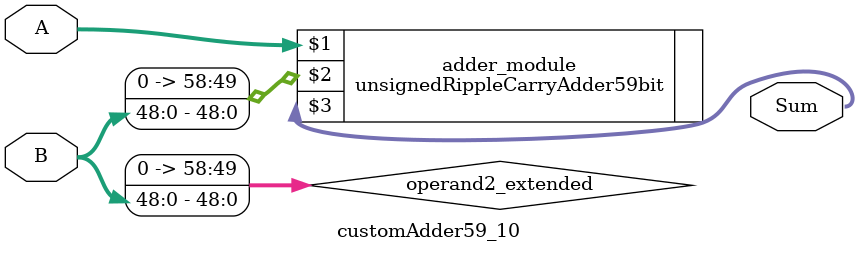
<source format=v>
module customAdder59_10(
                        input [58 : 0] A,
                        input [48 : 0] B,
                        
                        output [59 : 0] Sum
                );

        wire [58 : 0] operand2_extended;
        
        assign operand2_extended =  {10'b0, B};
        
        unsignedRippleCarryAdder59bit adder_module(
            A,
            operand2_extended,
            Sum
        );
        
        endmodule
        
</source>
